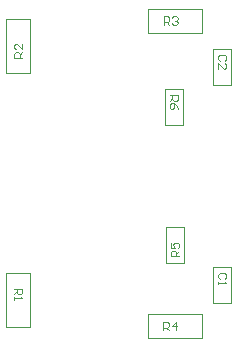
<source format=gbr>
%TF.GenerationSoftware,Altium Limited,Altium Designer,24.7.2 (38)*%
G04 Layer_Color=32768*
%FSLAX43Y43*%
%MOMM*%
%TF.SameCoordinates,E959DE18-6F16-491B-AE1F-B8F7C51A02EC*%
%TF.FilePolarity,Positive*%
%TF.FileFunction,Other,Top_Assembly*%
%TF.Part,Single*%
G01*
G75*
%TA.AperFunction,NonConductor*%
%ADD30C,0.100*%
D30*
X15362Y-7539D02*
Y-4491D01*
X13838Y-7539D02*
Y-4491D01*
X15362D01*
X13838Y-7539D02*
X15362D01*
X12364Y11959D02*
X16936D01*
X12364Y13991D02*
X16936D01*
Y11959D02*
Y13991D01*
X12364Y11959D02*
Y13991D01*
X13763Y4151D02*
Y7199D01*
X15287Y4151D02*
Y7199D01*
X13763Y4151D02*
X15287D01*
X13763Y7199D02*
X15287D01*
X17863Y7551D02*
Y10599D01*
X19387Y7551D02*
Y10599D01*
X17863Y7551D02*
X19387D01*
X17863Y10599D02*
X19387D01*
X12314Y-13916D02*
X16886D01*
X12314Y-11884D02*
X16886D01*
Y-13916D02*
Y-11884D01*
X12314Y-13916D02*
Y-11884D01*
X17863Y-10924D02*
Y-7876D01*
X19387Y-10924D02*
Y-7876D01*
X17863Y-10924D02*
X19387D01*
X17863Y-7876D02*
X19387D01*
X334Y-12986D02*
Y-8414D01*
X2366Y-12986D02*
Y-8414D01*
X334Y-12986D02*
X2366D01*
X334Y-8414D02*
X2366D01*
Y8514D02*
Y13086D01*
X334Y8514D02*
Y13086D01*
X2366D01*
X334Y8514D02*
X2366D01*
X14950Y-6990D02*
X14250D01*
Y-6640D01*
X14367Y-6523D01*
X14600D01*
X14717Y-6640D01*
Y-6990D01*
Y-6757D02*
X14950Y-6523D01*
X14250Y-5824D02*
Y-6290D01*
X14600D01*
X14483Y-6057D01*
Y-5940D01*
X14600Y-5824D01*
X14833D01*
X14950Y-5940D01*
Y-6174D01*
X14833Y-6290D01*
X13675Y12625D02*
Y13325D01*
X14025D01*
X14142Y13208D01*
Y12975D01*
X14025Y12858D01*
X13675D01*
X13908D02*
X14142Y12625D01*
X14375Y13208D02*
X14491Y13325D01*
X14725D01*
X14841Y13208D01*
Y13092D01*
X14725Y12975D01*
X14608D01*
X14725D01*
X14841Y12858D01*
Y12742D01*
X14725Y12625D01*
X14491D01*
X14375Y12742D01*
X14175Y6650D02*
X14875D01*
Y6300D01*
X14758Y6183D01*
X14525D01*
X14408Y6300D01*
Y6650D01*
Y6417D02*
X14175Y6183D01*
X14875Y5484D02*
X14758Y5717D01*
X14525Y5950D01*
X14292D01*
X14175Y5834D01*
Y5600D01*
X14292Y5484D01*
X14408D01*
X14525Y5600D01*
Y5950D01*
X18858Y9583D02*
X18975Y9700D01*
Y9933D01*
X18858Y10050D01*
X18392D01*
X18275Y9933D01*
Y9700D01*
X18392Y9583D01*
X18275Y8884D02*
Y9350D01*
X18742Y8884D01*
X18858D01*
X18975Y9000D01*
Y9234D01*
X18858Y9350D01*
X13625Y-13250D02*
Y-12550D01*
X13975D01*
X14091Y-12667D01*
Y-12900D01*
X13975Y-13017D01*
X13625D01*
X13858D02*
X14091Y-13250D01*
X14675D02*
Y-12550D01*
X14325Y-12900D01*
X14791D01*
X18858Y-8892D02*
X18975Y-8775D01*
Y-8542D01*
X18858Y-8425D01*
X18392D01*
X18275Y-8542D01*
Y-8775D01*
X18392Y-8892D01*
X18275Y-9125D02*
Y-9358D01*
Y-9241D01*
X18975D01*
X18858Y-9125D01*
X1000Y-9725D02*
X1700D01*
Y-10075D01*
X1583Y-10192D01*
X1350D01*
X1233Y-10075D01*
Y-9725D01*
Y-9958D02*
X1000Y-10192D01*
Y-10425D02*
Y-10658D01*
Y-10541D01*
X1700D01*
X1583Y-10425D01*
X1700Y9825D02*
X1000D01*
Y10175D01*
X1117Y10292D01*
X1350D01*
X1467Y10175D01*
Y9825D01*
Y10058D02*
X1700Y10292D01*
Y10991D02*
Y10525D01*
X1233Y10991D01*
X1117D01*
X1000Y10875D01*
Y10641D01*
X1117Y10525D01*
%TF.MD5,0971e9d1f2ec04e5ca0765e36470fe5b*%
M02*

</source>
